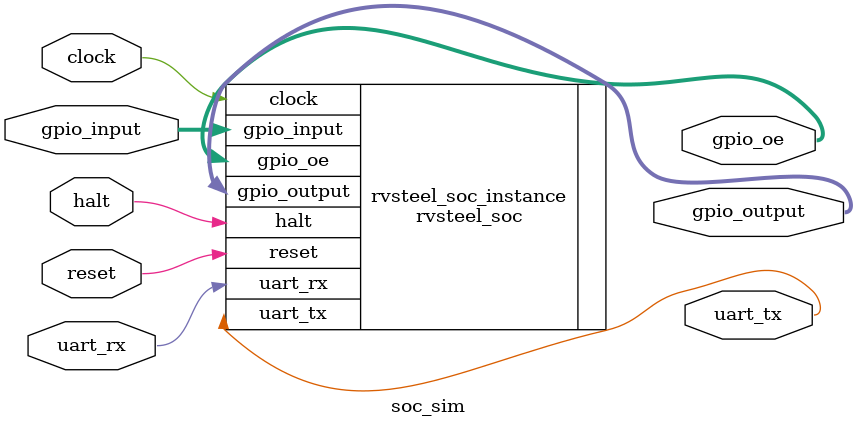
<source format=v>

module soc_sim #(

    // Number of available I/O ports
    parameter GPIO_WIDTH = 2

  ) (

    input   wire                    clock       ,
    input   wire                    reset       ,
    input   wire                    halt        ,
    input   wire                    uart_rx     ,
    output  wire                    uart_tx     ,
    input   wire  [GPIO_WIDTH-1:0]  gpio_input  ,
    output  wire  [GPIO_WIDTH-1:0]  gpio_oe     ,
    output  wire  [GPIO_WIDTH-1:0]  gpio_output
  );

  rvsteel_soc #(

    .CLOCK_FREQUENCY          (50000000           ),
    .UART_BAUD_RATE           (9600               ),
    .MEMORY_SIZE              (32768              ),
    .MEMORY_INIT_FILE         (""                 ),
    .BOOT_ADDRESS             (32'h00000000       ),
    .GPIO_WIDTH               (GPIO_WIDTH         )

  ) rvsteel_soc_instance (

    .clock                    (clock              ),
    .reset                    (reset              ),
    .halt                     (halt               ),
    .uart_rx                  (uart_rx            ),
    .uart_tx                  (uart_tx            ),
    .gpio_input               (gpio_input         ),
    .gpio_oe                  (gpio_oe            ),
    .gpio_output              (gpio_output        )
  );

endmodule

</source>
